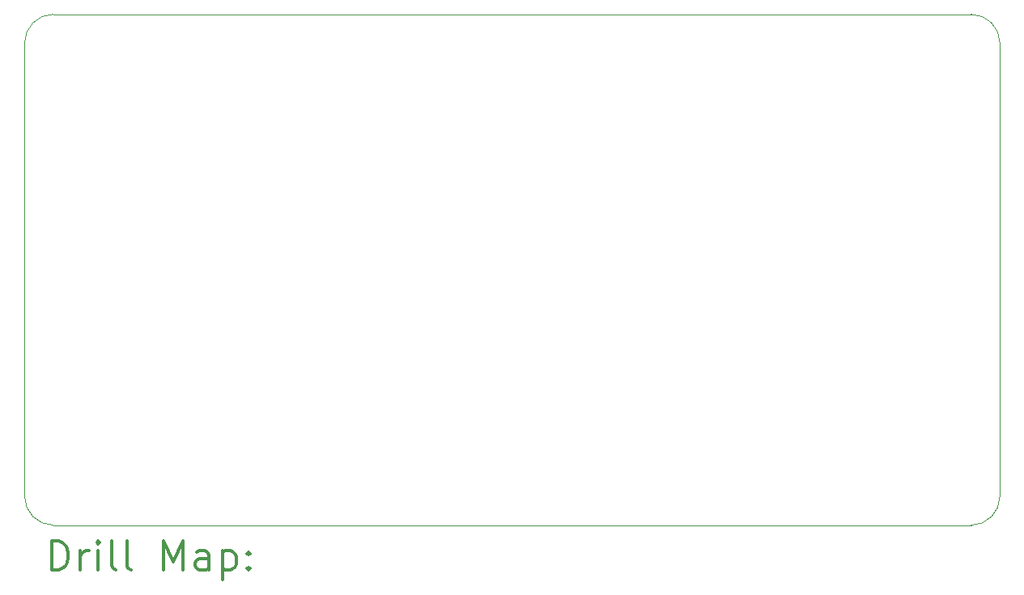
<source format=gbr>
%FSLAX45Y45*%
G04 Gerber Fmt 4.5, Leading zero omitted, Abs format (unit mm)*
G04 Created by KiCad (PCBNEW 5.1.9+dfsg1-1~bpo10+1) date 2022-03-28 22:51:13*
%MOMM*%
%LPD*%
G01*
G04 APERTURE LIST*
%TA.AperFunction,Profile*%
%ADD10C,0.050000*%
%TD*%
%ADD11C,0.200000*%
%ADD12C,0.300000*%
G04 APERTURE END LIST*
D10*
X18093000Y-5888000D02*
X18093000Y-10638000D01*
X7893000Y-5888000D02*
X7893000Y-10588000D01*
X18093000Y-10638000D02*
G75*
G02*
X17793000Y-10938000I-300000J0D01*
G01*
X17793000Y-5588000D02*
G75*
G02*
X18093000Y-5888000I0J-300000D01*
G01*
X7893000Y-5888000D02*
G75*
G02*
X8193000Y-5588000I300000J0D01*
G01*
X8193000Y-10938000D02*
G75*
G02*
X7893000Y-10638000I0J300000D01*
G01*
X8193000Y-10938000D02*
X17793000Y-10938000D01*
X7893000Y-10588000D02*
X7893000Y-10638000D01*
X8193000Y-5588000D02*
X17793000Y-5588000D01*
D11*
D12*
X8176928Y-11406214D02*
X8176928Y-11106214D01*
X8248357Y-11106214D01*
X8291214Y-11120500D01*
X8319786Y-11149072D01*
X8334071Y-11177643D01*
X8348357Y-11234786D01*
X8348357Y-11277643D01*
X8334071Y-11334786D01*
X8319786Y-11363357D01*
X8291214Y-11391929D01*
X8248357Y-11406214D01*
X8176928Y-11406214D01*
X8476928Y-11406214D02*
X8476928Y-11206214D01*
X8476928Y-11263357D02*
X8491214Y-11234786D01*
X8505500Y-11220500D01*
X8534071Y-11206214D01*
X8562643Y-11206214D01*
X8662643Y-11406214D02*
X8662643Y-11206214D01*
X8662643Y-11106214D02*
X8648357Y-11120500D01*
X8662643Y-11134786D01*
X8676928Y-11120500D01*
X8662643Y-11106214D01*
X8662643Y-11134786D01*
X8848357Y-11406214D02*
X8819786Y-11391929D01*
X8805500Y-11363357D01*
X8805500Y-11106214D01*
X9005500Y-11406214D02*
X8976928Y-11391929D01*
X8962643Y-11363357D01*
X8962643Y-11106214D01*
X9348357Y-11406214D02*
X9348357Y-11106214D01*
X9448357Y-11320500D01*
X9548357Y-11106214D01*
X9548357Y-11406214D01*
X9819786Y-11406214D02*
X9819786Y-11249071D01*
X9805500Y-11220500D01*
X9776928Y-11206214D01*
X9719786Y-11206214D01*
X9691214Y-11220500D01*
X9819786Y-11391929D02*
X9791214Y-11406214D01*
X9719786Y-11406214D01*
X9691214Y-11391929D01*
X9676928Y-11363357D01*
X9676928Y-11334786D01*
X9691214Y-11306214D01*
X9719786Y-11291929D01*
X9791214Y-11291929D01*
X9819786Y-11277643D01*
X9962643Y-11206214D02*
X9962643Y-11506214D01*
X9962643Y-11220500D02*
X9991214Y-11206214D01*
X10048357Y-11206214D01*
X10076928Y-11220500D01*
X10091214Y-11234786D01*
X10105500Y-11263357D01*
X10105500Y-11349071D01*
X10091214Y-11377643D01*
X10076928Y-11391929D01*
X10048357Y-11406214D01*
X9991214Y-11406214D01*
X9962643Y-11391929D01*
X10234071Y-11377643D02*
X10248357Y-11391929D01*
X10234071Y-11406214D01*
X10219786Y-11391929D01*
X10234071Y-11377643D01*
X10234071Y-11406214D01*
X10234071Y-11220500D02*
X10248357Y-11234786D01*
X10234071Y-11249071D01*
X10219786Y-11234786D01*
X10234071Y-11220500D01*
X10234071Y-11249071D01*
M02*

</source>
